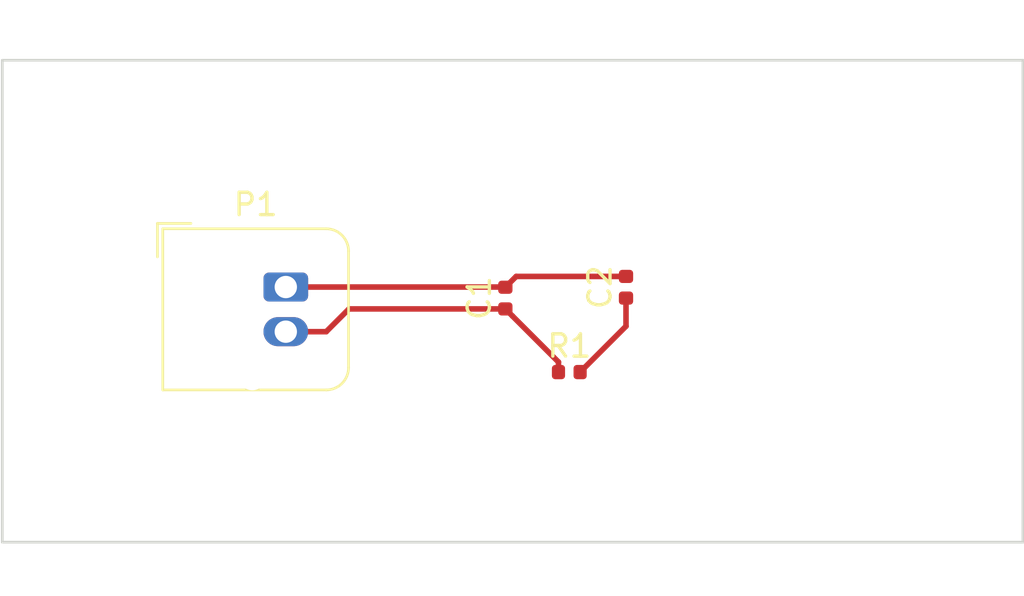
<source format=kicad_pcb>
(kicad_pcb (version 20200913) (generator pcbnew)

  (general
    (thickness 1.6)
  )

  (paper "A4")
  (layers
    (0 "F.Cu" signal)
    (1 "GND.Cu" signal)
    (2 "Signal1.Cu" signal)
    (3 "Signal2.Cu" signal)
    (4 "Power.Cu" signal)
    (31 "B.Cu" signal)
    (32 "B.Adhes" user)
    (33 "F.Adhes" user)
    (34 "B.Paste" user)
    (35 "F.Paste" user)
    (36 "B.SilkS" user)
    (37 "F.SilkS" user)
    (38 "B.Mask" user)
    (39 "F.Mask" user)
    (40 "Dwgs.User" user)
    (41 "Cmts.User" user)
    (42 "Eco1.User" user)
    (43 "Eco2.User" user)
    (44 "Edge.Cuts" user)
    (45 "Margin" user)
    (46 "B.CrtYd" user)
    (47 "F.CrtYd" user)
    (48 "B.Fab" user)
    (49 "F.Fab" user)
  )

  (setup
    (pcbplotparams
      (layerselection 0x010fc_ffffffff)
      (usegerberextensions false)
      (usegerberattributes false)
      (usegerberadvancedattributes false)
      (creategerberjobfile false)
      (svguseinch false)
      (svgprecision 6)
      (excludeedgelayer true)
      (linewidth 0.100000)
      (plotframeref false)
      (viasonmask false)
      (mode 1)
      (useauxorigin false)
      (hpglpennumber 1)
      (hpglpenspeed 20)
      (hpglpendiameter 15.000000)
      (psnegative false)
      (psa4output false)
      (plotreference true)
      (plotvalue true)
      (plotinvisibletext false)
      (sketchpadsonfab false)
      (subtractmaskfromsilk false)
      (outputformat 1)
      (mirror false)
      (drillshape 1)
      (scaleselection 1)
      (outputdirectory "")
    )
  )


  (net 0 "")
  (net 1 "/Power/VCC")
  (net 2 "GND")
  (net 3 "Net-(C2-Pad1)")

  (module "Capacitor_SMD:C_0402_1005Metric" (layer "F.Cu") (tedit 5B301BBE) (tstamp 00000000-0000-0000-0000-00005ca72801)
    (at 164.775001 80.505001 90)
    (descr "Capacitor SMD 0402 (1005 Metric), square (rectangular) end terminal, IPC_7351 nominal, (Body size source: http://www.tortai-tech.com/upload/download/2011102023233369053.pdf), generated with kicad-footprint-generator")
    (tags "capacitor")
    (path "/00000000-0000-0000-0000-00005ca71704/00000000-0000-0000-0000-00005ca745a6")
    (attr smd)
    (fp_text reference "C1" (at 0 -1.17 90) (layer "F.SilkS")
      (effects (font (size 1 1) (thickness 0.15)))
      (tstamp 9a23b22f-3d9b-4951-aca2-1dd2d0be96b0)
    )
    (fp_text value "C" (at 0 1.17 90) (layer "F.Fab")
      (effects (font (size 1 1) (thickness 0.15)))
      (tstamp c9740a16-60df-417c-b8aa-6e246ef5377c)
    )
    (fp_text user "${REFERENCE}" (at 0 0 90) (layer "F.Fab")
      (effects (font (size 0.25 0.25) (thickness 0.04)))
      (tstamp f028daf9-04ea-48a3-b9bc-9fa512382e75)
    )
    (fp_line (start -0.93 -0.47) (end 0.93 -0.47) (layer "F.CrtYd") (width 0.05) (tstamp 1be44349-9ddf-433e-8bf3-5a664ab30d7a))
    (fp_line (start 0.93 -0.47) (end 0.93 0.47) (layer "F.CrtYd") (width 0.05) (tstamp c2a759fb-6634-422d-a827-5c66f0a574d3))
    (fp_line (start -0.93 0.47) (end -0.93 -0.47) (layer "F.CrtYd") (width 0.05) (tstamp c84ccc44-72d9-492b-ac06-49803b12528e))
    (fp_line (start 0.93 0.47) (end -0.93 0.47) (layer "F.CrtYd") (width 0.05) (tstamp dd4e2556-ea45-40ee-a0d2-d93fc24a120b))
    (fp_line (start 0.5 0.25) (end -0.5 0.25) (layer "F.Fab") (width 0.1) (tstamp 395a5b6d-e42e-4126-b363-590a3a0a70ff))
    (fp_line (start -0.5 0.25) (end -0.5 -0.25) (layer "F.Fab") (width 0.1) (tstamp 639b9d2c-61cd-4a70-8baf-501716ff183d))
    (fp_line (start -0.5 -0.25) (end 0.5 -0.25) (layer "F.Fab") (width 0.1) (tstamp ba8dd5eb-d5d0-4903-8450-0db58011357d))
    (fp_line (start 0.5 -0.25) (end 0.5 0.25) (layer "F.Fab") (width 0.1) (tstamp e71c1f04-99a9-4bd7-887d-05aa3966e68b))
    (pad "1" smd roundrect (at -0.485 0 90) (size 0.59 0.64) (layers "F.Cu" "F.Paste" "F.Mask") (roundrect_rratio 0.25)
      (net 1 "/Power/VCC") (tstamp ba243994-ae89-440a-a76c-71226388e015))
    (pad "2" smd roundrect (at 0.485 0 90) (size 0.59 0.64) (layers "F.Cu" "F.Paste" "F.Mask") (roundrect_rratio 0.25)
      (net 2 "GND") (tstamp e8d5cc32-c7e5-4a70-b97a-4338c5309ced))
    (model "${KIPRJMOD}/3D/C_0402_1005Metric.wrl"
      (offset (xyz 0 0 0))
      (scale (xyz 1 1 1))
      (rotate (xyz 0 0 0))
    )
  )

  (module "Capacitor_SMD:C_0402_1005Metric" (layer "F.Cu") (tedit 5B301BBE) (tstamp 00000000-0000-0000-0000-00005ca72810)
    (at 170.18 80.020001 90)
    (descr "Capacitor SMD 0402 (1005 Metric), square (rectangular) end terminal, IPC_7351 nominal, (Body size source: http://www.tortai-tech.com/upload/download/2011102023233369053.pdf), generated with kicad-footprint-generator")
    (tags "capacitor")
    (path "/00000000-0000-0000-0000-00005ca75bc1/00000000-0000-0000-0000-00005ca76352")
    (attr smd)
    (fp_text reference "C2" (at 0 -1.17 90) (layer "F.SilkS")
      (effects (font (size 1 1) (thickness 0.15)))
      (tstamp 4b0ea34d-5553-49d4-9ac6-f48fba4fe3bc)
    )
    (fp_text value "C" (at 0 1.17 90) (layer "F.Fab")
      (effects (font (size 1 1) (thickness 0.15)))
      (tstamp 5fa2cd46-6664-42e4-a296-a39cc550683c)
    )
    (fp_text user "${REFERENCE}" (at 0 0 90) (layer "F.Fab")
      (effects (font (size 0.25 0.25) (thickness 0.04)))
      (tstamp 36fea843-7950-4cc8-aac2-59b2ab23c8ab)
    )
    (fp_line (start -0.93 -0.47) (end 0.93 -0.47) (layer "F.CrtYd") (width 0.05) (tstamp 14420231-66cc-402f-99e7-5c8b6fd43c5b))
    (fp_line (start 0.93 -0.47) (end 0.93 0.47) (layer "F.CrtYd") (width 0.05) (tstamp 3ce06a93-2b01-4698-890f-27cb0fe67071))
    (fp_line (start 0.93 0.47) (end -0.93 0.47) (layer "F.CrtYd") (width 0.05) (tstamp 82f10354-af3f-4d57-86e0-ddb67a99af44))
    (fp_line (start -0.93 0.47) (end -0.93 -0.47) (layer "F.CrtYd") (width 0.05) (tstamp a927c407-0c19-4da0-9a0b-4ccd1a5c1e97))
    (fp_line (start -0.5 0.25) (end -0.5 -0.25) (layer "F.Fab") (width 0.1) (tstamp 2dd27e21-4b72-41c7-87a0-b01e27eff833))
    (fp_line (start 0.5 0.25) (end -0.5 0.25) (layer "F.Fab") (width 0.1) (tstamp 4db15ae6-e71c-47ec-adf5-f44b8d8c3074))
    (fp_line (start 0.5 -0.25) (end 0.5 0.25) (layer "F.Fab") (width 0.1) (tstamp 65d95687-ee87-4c26-bcdc-ce2bdb869303))
    (fp_line (start -0.5 -0.25) (end 0.5 -0.25) (layer "F.Fab") (width 0.1) (tstamp f52a043a-6aa7-4174-9331-66b5ef3bef47))
    (pad "1" smd roundrect (at -0.485 0 90) (size 0.59 0.64) (layers "F.Cu" "F.Paste" "F.Mask") (roundrect_rratio 0.25)
      (net 3 "Net-(C2-Pad1)") (tstamp cd01f9b6-04c6-4727-b30b-c86b8a198260))
    (pad "2" smd roundrect (at 0.485 0 90) (size 0.59 0.64) (layers "F.Cu" "F.Paste" "F.Mask") (roundrect_rratio 0.25)
      (net 2 "GND") (tstamp f458f5ad-1900-437c-af8b-79b4b9fc1534))
    (model "${KIPRJMOD}/3D/C_0402_1005Metric.wrl"
      (offset (xyz 0 0 0))
      (scale (xyz 1 1 1))
      (rotate (xyz 0 0 0))
    )
  )

  (module "Connector_JST:JST_JWPF_B02B-JWPF-SK-R_1x02_P2.00mm_Vertical" (layer "F.Cu") (tedit 5B772B89) (tstamp 00000000-0000-0000-0000-00005ca7282d)
    (at 154.94 80.01)
    (descr "JST JWPF series connector, B02B-JWPF-SK-R (http://www.jst-mfg.com/product/pdf/eng/eJWPF1.pdf), generated with kicad-footprint-generator")
    (tags "connector JST JWPF side entry")
    (path "/00000000-0000-0000-0000-00005ca71704/00000000-0000-0000-0000-00005ca714f2")
    (attr through_hole)
    (fp_text reference "P1" (at -1.35 -3.7) (layer "F.SilkS")
      (effects (font (size 1 1) (thickness 0.15)))
      (tstamp 6614c199-2096-486f-8e87-8b6e840ca802)
    )
    (fp_text value "CONN_01X02" (at -1.35 5.7) (layer "F.Fab")
      (effects (font (size 1 1) (thickness 0.15)))
      (tstamp bfeddaff-fb05-4a0f-b896-a1039f58195e)
    )
    (fp_text user "${REFERENCE}" (at -4.7 1 90) (layer "F.Fab")
      (effects (font (size 1 1) (thickness 0.15)))
      (tstamp 38135e20-daad-4ff4-952b-4937640d198c)
    )
    (fp_line (start -5.51 4.61) (end 1.81 4.61) (layer "F.SilkS") (width 0.12) (tstamp 3baf1e65-fc9a-4d39-b9cc-290ca0ecfee2))
    (fp_line (start -5.51 -2.61) (end -5.51 4.61) (layer "F.SilkS") (width 0.12) (tstamp 7fa12845-003f-4d15-9732-c46b805cce81))
    (fp_line (start -5.75 -2.85) (end -4.25 -2.85) (layer "F.SilkS") (width 0.12) (tstamp 8e0b5bb4-e46c-4000-ad65-0ff911e6836a))
    (fp_line (start 1.81 -2.61) (end -5.51 -2.61) (layer "F.SilkS") (width 0.12) (tstamp 95daa947-9263-465c-bebf-954881292736))
    (fp_line (start 2.81 -1.61) (end 2.81 3.61) (layer "F.SilkS") (width 0.12) (tstamp a0d87c2b-7dd8-46cc-852c-af2def3b478d))
    (fp_line (start -5.75 -1.35) (end -5.75 -2.85) (layer "F.SilkS") (width 0.12) (tstamp f226899f-05da-4375-82aa-966c053bf526))
    (fp_arc (start 1.81 3.61) (end 2.81 3.61) (angle 90) (layer "F.SilkS") (width 0.12) (tstamp 0293451f-c28d-4ffc-a8fc-c0b7f4034815))
    (fp_arc (start 1.81 -1.61) (end 1.81 -2.61) (angle 90) (layer "F.SilkS") (width 0.12) (tstamp 9bbed5c3-02e4-46ee-95e9-f5838b1dd2d0))
    (fp_line (start 3.2 -3) (end -5.9 -3) (layer "F.CrtYd") (width 0.05) (tstamp 3ab60d23-ee79-4e62-badd-eaa0b54bf7d4))
    (fp_line (start -5.9 -3) (end -5.9 5) (layer "F.CrtYd") (width 0.05) (tstamp 5fa78775-6c28-45f5-a745-3754abb27765))
    (fp_line (start -5.9 5) (end 3.2 5) (layer "F.CrtYd") (width 0.05) (tstamp 99c9a555-741d-436a-bd5d-2afeb6f0edf4))
    (fp_line (start 3.2 5) (end 3.2 -3) (layer "F.CrtYd") (width 0.05) (tstamp 9e01cf70-5b68-4e84-b625-6b4a90474c69))
    (fp_line (start 0.375 -1.9) (end 0 -1.15) (layer "F.Fab") (width 0.1) (tstamp 05ef6f19-cbc5-4de5-beef-97a746659681))
    (fp_line (start -5.4 4.5) (end 1.7 4.5) (layer "F.Fab") (width 0.1) (tstamp 2f32806c-0644-4bac-ba82-4615b2c6f278))
    (fp_line (start 1.7 -2.5) (end -5.4 -2.5) (layer "F.Fab") (width 0.1) (tstamp 53683e06-4a84-4f8b-9106-e1388d653a99))
    (fp_line (start 2.7 -1.5) (end 2.7 3.5) (layer "F.Fab") (width 0.1) (tstamp 553f1550-cc21-47ce-aeeb-c316cf024ee7))
    (fp_line (start -5.4 -2.5) (end -5.4 4.5) (layer "F.Fab") (width 0.1) (tstamp 5a72797e-2a9d-4021-9d68-29eb3f339ec9))
    (fp_line (start 0 -1.15) (end -0.375 -1.9) (layer "F.Fab") (width 0.1) (tstamp a082bf48-d8bb-403f-9c6d-aae079659e9c))
    (fp_line (start -0.375 -1.9) (end 0.375 -1.9) (layer "F.Fab") (width 0.1) (tstamp b76666dc-1d18-4e44-9b9e-ef78ef05eac5))
    (fp_arc (start 1.7 3.5) (end 2.7 3.5) (angle 90) (layer "F.Fab") (width 0.1) (tstamp 1f7590e8-9f25-488b-94ba-3adfb6faa160))
    (fp_arc (start 1.7 -1.5) (end 1.7 -2.5) (angle 90) (layer "F.Fab") (width 0.1) (tstamp eca3a87f-decb-48dd-8ae0-d9b871339d85))
    (pad "" np_thru_hole circle (at -1.5 4.05) (size 1.15 1.15) (drill 1.15) (layers *.Cu *.Mask) (tstamp 46dbd44b-1cd6-4224-aaa1-a8e6ad938ecc))
    (pad "1" thru_hole roundrect (at 0 0) (size 2 1.3) (drill 1) (layers *.Cu *.Mask) (roundrect_rratio 0.192308)
      (net 2 "GND") (tstamp 2ff00fcc-1470-47e3-9079-47bb4163faeb))
    (pad "2" thru_hole oval (at 0 2) (size 2 1.3) (drill 1) (layers *.Cu *.Mask)
      (net 1 "/Power/VCC") (tstamp 2c938fa6-d32f-444a-86f3-531de7dfb831))
    (model "${KIPRJMOD}/3D/B02B-JWPF-SK-R.step"
      (offset (xyz -3.2 -4.5 -8))
      (scale (xyz 1 1 1))
      (rotate (xyz 0 0 -90))
    )
  )

  (module "Resistor_SMD:R_0402_1005Metric" (layer "F.Cu") (tedit 5B301BBD) (tstamp 00000000-0000-0000-0000-00005ca7283c)
    (at 167.64 83.82)
    (descr "Resistor SMD 0402 (1005 Metric), square (rectangular) end terminal, IPC_7351 nominal, (Body size source: http://www.tortai-tech.com/upload/download/2011102023233369053.pdf), generated with kicad-footprint-generator")
    (tags "resistor")
    (path "/00000000-0000-0000-0000-00005ca75bc1/00000000-0000-0000-0000-00005ca75c86")
    (attr smd)
    (fp_text reference "R1" (at 0 -1.17) (layer "F.SilkS")
      (effects (font (size 1 1) (thickness 0.15)))
      (tstamp 1712ddb2-8498-47c4-9102-89884d6009b3)
    )
    (fp_text value "R" (at 0 1.17) (layer "F.Fab")
      (effects (font (size 1 1) (thickness 0.15)))
      (tstamp 8b21f92e-4d94-4dfc-b965-48a43195b342)
    )
    (fp_text user "${REFERENCE}" (at 0 0) (layer "F.Fab")
      (effects (font (size 0.25 0.25) (thickness 0.04)))
      (tstamp 96f07353-86e5-4ce6-9992-8b40505a18e9)
    )
    (fp_line (start 0.93 -0.47) (end 0.93 0.47) (layer "F.CrtYd") (width 0.05) (tstamp 378f6628-66ef-4189-bee0-1583cf727555))
    (fp_line (start -0.93 0.47) (end -0.93 -0.47) (layer "F.CrtYd") (width 0.05) (tstamp 8ca06879-b527-4155-8fd0-0bd34aaa2e69))
    (fp_line (start -0.93 -0.47) (end 0.93 -0.47) (layer "F.CrtYd") (width 0.05) (tstamp 964739da-c909-4d70-8d52-f7979b81719f))
    (fp_line (start 0.93 0.47) (end -0.93 0.47) (layer "F.CrtYd") (width 0.05) (tstamp e9c91c55-58c3-4890-b728-b3a8876ac20e))
    (fp_line (start 0.5 -0.25) (end 0.5 0.25) (layer "F.Fab") (width 0.1) (tstamp 4e06a9d5-f2a3-488b-9aa4-b42ed45336fb))
    (fp_line (start -0.5 -0.25) (end 0.5 -0.25) (layer "F.Fab") (width 0.1) (tstamp 585d956e-0a20-4895-9a63-4b8126e791ed))
    (fp_line (start -0.5 0.25) (end -0.5 -0.25) (layer "F.Fab") (width 0.1) (tstamp 82e7535a-f542-4fb6-a13f-a9d090fb1bf1))
    (fp_line (start 0.5 0.25) (end -0.5 0.25) (layer "F.Fab") (width 0.1) (tstamp dbb42a80-ad9f-4c04-bbd1-c8c2ec36815a))
    (pad "1" smd roundrect (at -0.485 0) (size 0.59 0.64) (layers "F.Cu" "F.Paste" "F.Mask") (roundrect_rratio 0.25)
      (net 1 "/Power/VCC") (tstamp 7fdddde3-d41d-4e09-82ef-432774318262))
    (pad "2" smd roundrect (at 0.485 0) (size 0.59 0.64) (layers "F.Cu" "F.Paste" "F.Mask") (roundrect_rratio 0.25)
      (net 3 "Net-(C2-Pad1)") (tstamp b46b1255-5aa3-4ecd-9309-4fdf26cca450))
    (model "${KIPRJMOD}/3D/R_0402_1005Metric.wrl"
      (offset (xyz 0 0 0))
      (scale (xyz 1 1 1))
      (rotate (xyz 0 0 0))
    )
  )

  (gr_line (start 187.96 69.85) (end 142.24 69.85) (layer "Edge.Cuts") (width 0.12) (tstamp 1d2200bd-ccd1-4031-9372-30a2928d183b))
  (gr_line (start 142.24 69.85) (end 142.24 91.44) (layer "Edge.Cuts") (width 0.12) (tstamp 900362e5-bd4f-4871-ae2d-6d8132a1ca60))
  (gr_line (start 187.96 91.44) (end 187.96 69.85) (layer "Edge.Cuts") (width 0.12) (tstamp a9359475-73be-4eab-ac48-7e0e4951c28f))
  (gr_line (start 142.24 91.44) (end 187.96 91.44) (layer "Edge.Cuts") (width 0.12) (tstamp ff645443-f882-436f-b50c-99274595dcc9))
  (gr_text "Text in Dwgs.User" (at 149 68) (layer "Dwgs.User") (tstamp 06c75a95-88f3-4a33-93f5-bda2b8f9e5cf)
    (effects (font (size 1 1) (thickness 0.15)))
  )
  (gr_text "Text in Cmts.User" (at 149 93) (layer "Cmts.User") (tstamp baeb1cc7-796b-470c-8b9f-d52896d68c36)
    (effects (font (size 1 1) (thickness 0.15)))
  )

  (segment (start 167.155 83.82) (end 167.155 83.37) (width 0.25) (layer "F.Cu") (net 1) (tstamp 29d0a5ec-066e-4464-8da7-249a00673e24))
  (segment (start 156.75 82.01) (end 154.94 82.01) (width 0.25) (layer "F.Cu") (net 1) (tstamp 34a33052-9a56-46d8-8637-1964c8330030))
  (segment (start 165.1 81.315) (end 164.775001 80.990001) (width 0.25) (layer "F.Cu") (net 1) (tstamp 498be5a9-bdc2-4274-8172-a93fdb364124))
  (segment (start 164.775001 80.990001) (end 157.769999 80.990001) (width 0.25) (layer "F.Cu") (net 1) (tstamp 6975de1c-9010-4420-a896-22710b4d6ef0))
  (segment (start 157.769999 80.990001) (end 156.75 82.01) (width 0.25) (layer "F.Cu") (net 1) (tstamp 6c066fdf-faaf-41c7-bab0-5b14822540cb))
  (segment (start 167.155 83.37) (end 165.1 81.315) (width 0.25) (layer "F.Cu") (net 1) (tstamp e104162b-e5b4-40f5-b86c-d39aab33df13))
  (segment (start 180 88) (end 160 88) (width 0.25) (layer "Signal1.Cu") (net 1) (tstamp 23344ac0-1ddf-46e9-b447-8c6227dca955))
  (segment (start 179.9848 73) (end 160 73) (width 0.25) (layer "Signal1.Cu") (net 1) (tstamp 24b6a054-076f-448b-91ac-f51d97df8fed))
  (segment (start 180 73.0152) (end 179.9848 73) (width 0.25) (layer "Signal1.Cu") (net 1) (tstamp 2981c240-a937-427f-a0ab-64e0a2f1588d))
  (segment (start 160 88) (end 160 82.0874) (width 0.25) (layer "Signal1.Cu") (net 1) (tstamp 50fc8d73-518c-4f35-bc0a-2b3a8a184b49))
  (segment (start 180 88) (end 180 73.0152) (width 0.25) (layer "Signal1.Cu") (net 1) (tstamp 81d4b9c2-3cde-4eb1-8172-3f3a9a34934d))
  (segment (start 160 82.0874) (end 160 73) (width 0.25) (layer "Signal1.Cu") (net 1) (tstamp 9b1592b5-e765-4fe0-a5a6-9084dc74250c))
  (segment (start 159.9226 82.01) (end 160 82.0874) (width 0.25) (layer "Signal1.Cu") (net 1) (tstamp aa340853-4ab1-4202-b02d-17cd5e5a3bef))
  (segment (start 154.94 82.01) (end 159.9226 82.01) (width 0.25) (layer "Signal1.Cu") (net 1) (tstamp fe7d60bf-b7af-4d9a-b88e-1d392c069550))
  (segment (start 161 82.0314) (end 161 87) (width 0.25) (layer "Power.Cu") (net 1) (tstamp 0f3459d4-80af-4d53-8f06-354f472de373))
  (segment (start 154.94 82.01) (end 160.9786 82.01) (width 0.25) (layer "Power.Cu") (net 1) (tstamp 0f854b51-f5eb-43a2-9983-482f4c5a7802))
  (segment (start 179 86.9888) (end 179 74) (width 0.25) (layer "Power.Cu") (net 1) (tstamp 361005b8-d729-4068-baa1-41be76d6fceb))
  (segment (start 161 74) (end 179 74) (width 0.25) (layer "Power.Cu") (net 1) (tstamp 68f23baf-b8be-4e59-8ca4-94515a71f54a))
  (segment (start 161 87) (end 178.9888 87) (width 0.25) (layer "Power.Cu") (net 1) (tstamp 6a90896e-6cb4-4ead-ad53-ea652bf5c7f2))
  (segment (start 178.9888 87) (end 179 86.9888) (width 0.25) (layer "Power.Cu") (net 1) (tstamp 798d3fb6-ab93-46a7-87f5-d1865cd63482))
  (segment (start 160.9786 82.01) (end 161 82.0314) (width 0.25) (layer "Power.Cu") (net 1) (tstamp b7d9f079-9f5b-4865-8c43-f23205213a68))
  (segment (start 161 74) (end 161 82.0314) (width 0.25) (layer "Power.Cu") (net 1) (tstamp c804858e-3c36-46db-93c4-b7315315c9b1))
  (segment (start 165.260001 79.535001) (end 170.18 79.535001) (width 0.25) (layer "F.Cu") (net 2) (tstamp 3d2ad86c-23b9-404e-9734-01910c44d8ce))
  (segment (start 164.765 80.01) (end 164.775001 80.020001) (width 0.25) (layer "F.Cu") (net 2) (tstamp 6332b0ee-5cdf-4697-b55a-e0f0dd77f8ce))
  (segment (start 154.94 80.01) (end 164.765 80.01) (width 0.25) (layer "F.Cu") (net 2) (tstamp 90419f32-393b-42b6-928e-f75e84540618))
  (segment (start 164.775001 80.020001) (end 165.260001 79.535001) (width 0.25) (layer "F.Cu") (net 2) (tstamp edef7a5b-c8fb-451e-ad80-b0b4c119bcef))
  (segment (start 180 73) (end 180 88) (width 0.25) (layer "GND.Cu") (net 2) (tstamp 2d592a53-27a0-4c92-b11f-17804b171e0e))
  (segment (start 160 73) (end 180 73) (width 0.25) (layer "GND.Cu") (net 2) (tstamp 4650ef86-7064-4722-a2e5-1163cd2ce8d2))
  (segment (start 180 88) (end 160.009 88) (width 0.25) (layer "GND.Cu") (net 2) (tstamp 4b817320-b5aa-47c7-8f94-de74f4d43b0a))
  (segment (start 160.009 88) (end 160 87.991) (width 0.25) (layer "GND.Cu") (net 2) (tstamp 7ab5aece-3cbe-4e3f-84e2-c1eb62cb86cf))
  (segment (start 154.9708 79.9792) (end 154.94 80.01) (width 0.25) (layer "GND.Cu") (net 2) (tstamp 88b04270-effd-4e84-a65e-71c5936c05d1))
  (segment (start 160 79.9792) (end 154.9708 79.9792) (width 0.25) (layer "GND.Cu") (net 2) (tstamp 8b3046a6-0c28-496a-b2b2-123190bddeb9))
  (segment (start 160 79.9792) (end 160 73) (width 0.25) (layer "GND.Cu") (net 2) (tstamp c8f4e9bb-ff9f-431c-92cd-eaf196680015))
  (segment (start 160 87.991) (end 160 79.9792) (width 0.25) (layer "GND.Cu") (net 2) (tstamp d60a9fb2-0cad-4a39-859a-38192742cbc2))
  (segment (start 179 87) (end 179 74) (width 0.25) (layer "Signal2.Cu") (net 2) (tstamp 4178ccf8-1a1e-4296-9efe-ecdd9ef8535e))
  (segment (start 154.94 80.01) (end 160.9852 80.01) (width 0.25) (layer "Signal2.Cu") (net 2) (tstamp 592184ad-f729-4aeb-9516-a77f8cac5a72))
  (segment (start 160.995 74) (end 161 74.005) (width 0.25) (layer "Signal2.Cu") (net 2) (tstamp 5f497fc8-0612-4128-8d96-db8122821f83))
  (segment (start 161 87) (end 179 87) (width 0.25) (layer "Signal2.Cu") (net 2) (tstamp 695b14e7-56b6-4e96-843f-fd5673817085))
  (segment (start 160.9852 80.01) (end 161 80.0248) (width 0.25) (layer "Signal2.Cu") (net 2) (tstamp c7c422c0-8e1d-45d4-b657-cb36b003ff9c))
  (segment (start 179 74) (end 160.995 74) (width 0.25) (layer "Signal2.Cu") (net 2) (tstamp d4d8d124-9840-4ebd-9db3-31e917d49a67))
  (segment (start 161 80.0248) (end 161 87) (width 0.25) (layer "Signal2.Cu") (net 2) (tstamp d6c4e1b2-3197-4428-9416-faa0359685dd))
  (segment (start 161 74.005) (end 161 80.0248) (width 0.25) (layer "Signal2.Cu") (net 2) (tstamp e11cb8ea-55a2-4d51-b55a-159154c676ad))
  (segment (start 170.18 80.505001) (end 170.18 81.765) (width 0.25) (layer "F.Cu") (net 3) (tstamp 39584a4d-665b-4b75-bca9-5cd27f67aa54))
  (segment (start 170.18 81.765) (end 168.125 83.82) (width 0.25) (layer "F.Cu") (net 3) (tstamp d51b1e5a-2978-4dda-9173-3696dbd8f279))

)

</source>
